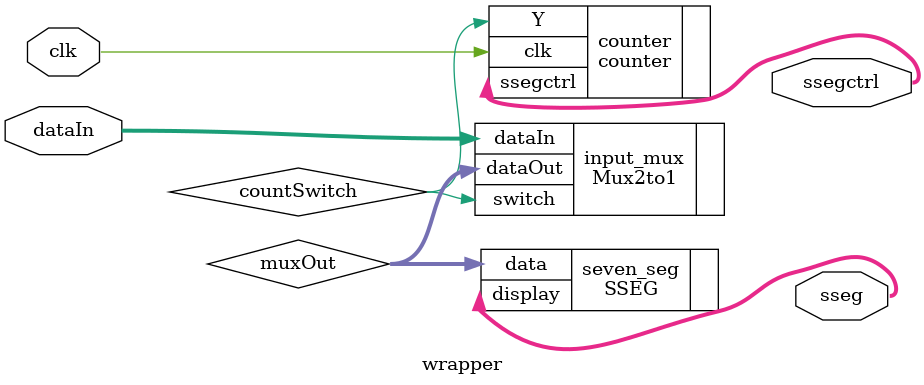
<source format=sv>
/* GOAL: Create a design that allows the user to control two seven segment displays
 * that are common anode using a counter.
 *
 * dataIn refers to two sets of four switches that are used to represent two hexadecimal digits.
 * clk is the output generated by the counter which is used to switch between the two SSEG
 *      displays.
 *
 * In combination, the clk variable is used as a mux selector to send the upper or lower 4 bits
 *      of dataIn to a SSEG decoder, which displays on one of the digits determined by the counter.
 *
 *
 * Created by: MorphoCH22
 * Board used: RealDigital Blackboard (Xilinx XC7007S ZYNQ)
 */

module wrapper (
    input [7:0] dataIn,
    input clk,
    output [3:0] ssegctrl,
    output [6:0] sseg
);

wire [3:0] muxOut;
wire countSwitch;

Mux2to1 input_mux (
    .dataIn(dataIn),
    .switch(countSwitch),
    .dataOut(muxOut)
);

SSEG seven_seg (
    .data(muxOut),
    .display(sseg)
);

counter counter (
    .clk(clk),
    .Y(countSwitch),
    .ssegctrl(ssegctrl)
);

endmodule
</source>
